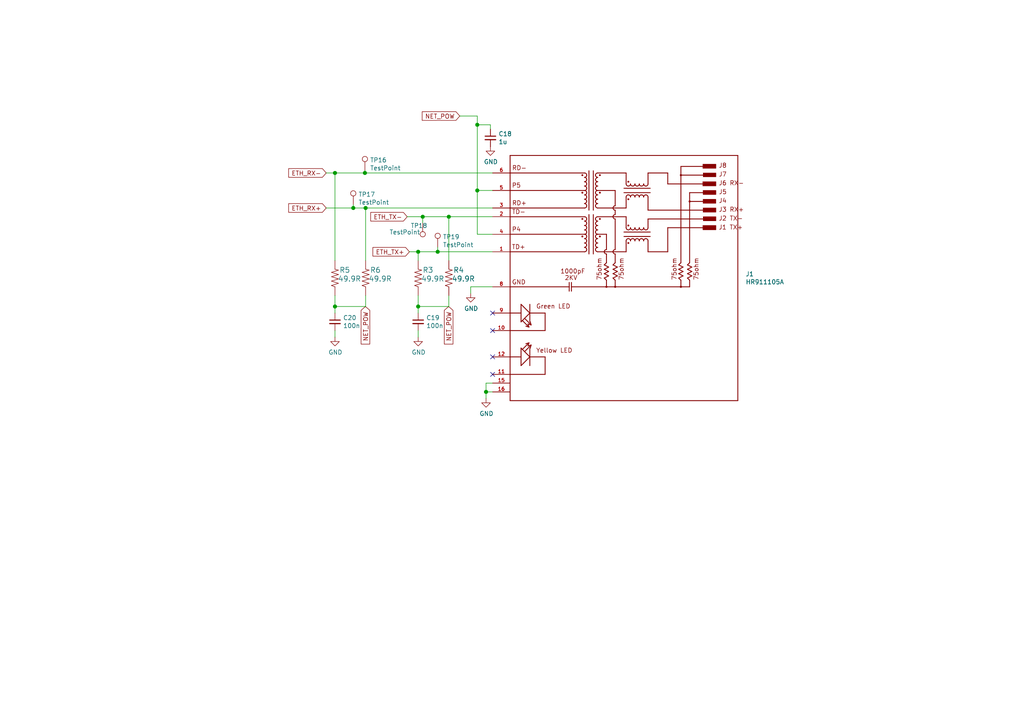
<source format=kicad_sch>
(kicad_sch (version 20201015) (generator eeschema)
  (page 1 6)
  (paper "A4")
  (lib_symbols
    (symbol "Connector:TestPoint" (pin_numbers hide) (pin_names (offset 0.762) hide)
      (property "Reference" "TP" (at 0 6.858 0))
      (property "Value" "TestPoint" (at 0 5.08 0))
      (symbol "TestPoint_0_1"
        (circle (center 0 3.302) (radius 0.762))
      )
      (symbol "TestPoint_1_1"
        (pin passive line (at 0 0 90) (length 2.54) (name "1") (number "1"))
      )
    )
    (symbol "Device:C_Small" (pin_numbers hide) (pin_names (offset 0.254) hide)
      (property "Reference" "C" (at 0.254 1.778 0))
      (property "Value" "C_Small" (at 0.254 -2.032 0))
      (symbol "C_Small_0_1"
        (polyline (pts (xy -1.524 -0.508) (xy 1.524 -0.508)) (stroke (width 0.3302)))
        (polyline (pts (xy -1.524 0.508) (xy 1.524 0.508)) (stroke (width 0.3048)))
      )
      (symbol "C_Small_1_1"
        (pin passive line (at 0 2.54 270) (length 2.032) (name "~") (number "1"))
        (pin passive line (at 0 -2.54 90) (length 2.032) (name "~") (number "2"))
      )
    )
    (symbol "HR911105A:HR911105A" (pin_names (offset 1.016) hide)
      (property "Reference" "J" (at -33.1724 36.2458 0))
      (property "Value" "HR911105A" (at -33.1216 -38.227 0))
      (symbol "HR911105A_0_0"
        (arc (start -11.43 8.89) (end -10.795 9.525) (radius (at -11.6586 9.7536) (length 0.889) (angles -75 -15)) (stroke (width 0.254)))
        (arc (start -11.43 21.59) (end -10.795 22.225) (radius (at -11.6586 22.4536) (length 0.889) (angles -75 -15)) (stroke (width 0.254)))
        (arc (start -10.795 8.255) (end -11.43 8.89) (radius (at -11.43 8.255) (length 0.635) (angles 0 90)) (stroke (width 0.254)))
        (arc (start -11.43 7.62) (end -10.795 8.255) (radius (at -11.43 8.255) (length 0.635) (angles -90 0)) (stroke (width 0.254)))
        (arc (start -10.795 9.525) (end -11.43 10.16) (radius (at -11.43 9.525) (length 0.635) (angles 0 90)) (stroke (width 0.254)))
        (arc (start -10.795 10.795) (end -11.43 11.43) (radius (at -11.43 10.795) (length 0.635) (angles 0 90)) (stroke (width 0.254)))
        (arc (start -11.43 10.16) (end -10.795 10.795) (radius (at -11.43 10.795) (length 0.635) (angles -90 0)) (stroke (width 0.254)))
        (arc (start -10.795 12.065) (end -11.43 12.7) (radius (at -11.43 12.065) (length 0.635) (angles 0 90)) (stroke (width 0.254)))
        (arc (start -11.43 11.43) (end -10.795 12.065) (radius (at -11.43 12.065) (length 0.635) (angles -90 0)) (stroke (width 0.254)))
        (arc (start -10.795 13.335) (end -11.43 13.97) (radius (at -11.43 13.335) (length 0.635) (angles 0 90)) (stroke (width 0.254)))
        (arc (start -11.43 12.7) (end -10.795 13.335) (radius (at -11.43 13.335) (length 0.635) (angles -90 0)) (stroke (width 0.254)))
        (arc (start -10.795 14.605) (end -11.43 15.24) (radius (at -11.43 14.605) (length 0.635) (angles 0 90)) (stroke (width 0.254)))
        (arc (start -11.43 13.97) (end -10.795 14.605) (radius (at -11.43 14.605) (length 0.635) (angles -90 0)) (stroke (width 0.254)))
        (arc (start -10.795 15.875) (end -11.43 16.51) (radius (at -11.43 15.875) (length 0.635) (angles 0 90)) (stroke (width 0.254)))
        (arc (start -11.43 15.24) (end -10.795 15.875) (radius (at -11.43 15.875) (length 0.635) (angles -90 0)) (stroke (width 0.254)))
        (arc (start -10.795 17.145) (end -11.43 17.78) (radius (at -11.43 17.145) (length 0.635) (angles 0 90)) (stroke (width 0.254)))
        (arc (start -11.43 16.51) (end -10.795 17.145) (radius (at -11.43 17.145) (length 0.635) (angles -90 0)) (stroke (width 0.254)))
        (arc (start -10.795 20.955) (end -11.43 21.59) (radius (at -11.43 20.955) (length 0.635) (angles 0 90)) (stroke (width 0.254)))
        (arc (start -11.43 20.32) (end -10.795 20.955) (radius (at -11.43 20.955) (length 0.635) (angles -90 0)) (stroke (width 0.254)))
        (arc (start -10.795 22.225) (end -11.43 22.86) (radius (at -11.43 22.225) (length 0.635) (angles 0 90)) (stroke (width 0.254)))
        (arc (start -10.795 23.495) (end -11.43 24.13) (radius (at -11.43 23.495) (length 0.635) (angles 0 90)) (stroke (width 0.254)))
        (arc (start -11.43 22.86) (end -10.795 23.495) (radius (at -11.43 23.495) (length 0.635) (angles -90 0)) (stroke (width 0.254)))
        (arc (start -10.795 24.765) (end -11.43 25.4) (radius (at -11.43 24.765) (length 0.635) (angles 0 90)) (stroke (width 0.254)))
        (arc (start -11.43 24.13) (end -10.795 24.765) (radius (at -11.43 24.765) (length 0.635) (angles -90 0)) (stroke (width 0.254)))
        (arc (start -10.795 26.035) (end -11.43 26.67) (radius (at -11.43 26.035) (length 0.635) (angles 0 90)) (stroke (width 0.254)))
        (arc (start -11.43 25.4) (end -10.795 26.035) (radius (at -11.43 26.035) (length 0.635) (angles -90 0)) (stroke (width 0.254)))
        (arc (start -10.795 27.305) (end -11.43 27.94) (radius (at -11.43 27.305) (length 0.635) (angles 0 90)) (stroke (width 0.254)))
        (arc (start -11.43 26.67) (end -10.795 27.305) (radius (at -11.43 27.305) (length 0.635) (angles -90 0)) (stroke (width 0.254)))
        (arc (start -10.795 28.575) (end -11.43 29.21) (radius (at -11.43 28.575) (length 0.635) (angles 0 90)) (stroke (width 0.254)))
        (arc (start -11.43 27.94) (end -10.795 28.575) (radius (at -11.43 28.575) (length 0.635) (angles -90 0)) (stroke (width 0.254)))
        (arc (start -10.795 29.845) (end -11.43 30.48) (radius (at -11.43 29.845) (length 0.635) (angles 0 90)) (stroke (width 0.254)))
        (arc (start -11.43 29.21) (end -10.795 29.845) (radius (at -11.43 29.845) (length 0.635) (angles -90 0)) (stroke (width 0.254)))
        (arc (start -7.62 8.89) (end -8.255 8.255) (radius (at -7.62 8.255) (length 0.635) (angles 90 180)) (stroke (width 0.254)))
        (arc (start -8.255 8.255) (end -7.62 7.62) (radius (at -7.62 8.255) (length 0.635) (angles 180 -90)) (stroke (width 0.254)))
        (arc (start -7.62 10.16) (end -8.255 9.525) (radius (at -7.62 9.525) (length 0.635) (angles 90 180)) (stroke (width 0.254)))
        (arc (start -8.255 9.525) (end -7.62 8.89) (radius (at -7.62 9.525) (length 0.635) (angles 180 -90)) (stroke (width 0.254)))
        (arc (start -7.62 11.43) (end -8.255 10.795) (radius (at -7.62 10.795) (length 0.635) (angles 90 180)) (stroke (width 0.254)))
        (arc (start -8.255 10.795) (end -7.62 10.16) (radius (at -7.62 10.795) (length 0.635) (angles 180 -90)) (stroke (width 0.254)))
        (arc (start -7.62 12.7) (end -8.255 12.065) (radius (at -7.62 12.065) (length 0.635) (angles 90 180)) (stroke (width 0.254)))
        (arc (start -8.255 12.065) (end -7.62 11.43) (radius (at -7.62 12.065) (length 0.635) (angles 180 -90)) (stroke (width 0.254)))
        (arc (start -7.62 13.97) (end -8.255 13.335) (radius (at -7.62 13.335) (length 0.635) (angles 90 180)) (stroke (width 0.254)))
        (arc (start -8.255 13.335) (end -7.62 12.7) (radius (at -7.62 13.335) (length 0.635) (angles 180 -90)) (stroke (width 0.254)))
        (arc (start -7.62 15.24) (end -8.255 14.605) (radius (at -7.62 14.605) (length 0.635) (angles 90 180)) (stroke (width 0.254)))
        (arc (start -8.255 14.605) (end -7.62 13.97) (radius (at -7.62 14.605) (length 0.635) (angles 180 -90)) (stroke (width 0.254)))
        (arc (start -8.255 15.875) (end -7.62 15.24) (radius (at -7.62 15.875) (length 0.635) (angles 180 -90)) (stroke (width 0.254)))
        (arc (start -7.62 17.78) (end -8.255 17.145) (radius (at -7.62 17.145) (length 0.635) (angles 90 180)) (stroke (width 0.254)))
        (arc (start -8.255 17.145) (end -7.62 16.51) (radius (at -7.62 17.145) (length 0.635) (angles 180 -90)) (stroke (width 0.254)))
        (arc (start -7.62 21.59) (end -8.255 20.955) (radius (at -7.62 20.955) (length 0.635) (angles 90 180)) (stroke (width 0.254)))
        (arc (start -8.255 20.955) (end -7.62 20.32) (radius (at -7.62 20.955) (length 0.635) (angles 180 -90)) (stroke (width 0.254)))
        (arc (start -7.62 22.86) (end -8.255 22.225) (radius (at -7.62 22.225) (length 0.635) (angles 90 180)) (stroke (width 0.254)))
        (arc (start -8.255 22.225) (end -7.62 21.59) (radius (at -7.62 22.225) (length 0.635) (angles 180 -90)) (stroke (width 0.254)))
        (arc (start -7.62 24.13) (end -8.255 23.495) (radius (at -7.62 23.495) (length 0.635) (angles 90 180)) (stroke (width 0.254)))
        (arc (start -8.255 23.495) (end -7.62 22.86) (radius (at -7.62 23.495) (length 0.635) (angles 180 -90)) (stroke (width 0.254)))
        (arc (start -7.62 25.4) (end -8.255 24.765) (radius (at -7.62 24.765) (length 0.635) (angles 90 180)) (stroke (width 0.254)))
        (arc (start -8.255 24.765) (end -7.62 24.13) (radius (at -7.62 24.765) (length 0.635) (angles 180 -90)) (stroke (width 0.254)))
        (arc (start -7.62 26.67) (end -8.255 26.035) (radius (at -7.62 26.035) (length 0.635) (angles 90 180)) (stroke (width 0.254)))
        (arc (start -8.255 26.035) (end -7.62 25.4) (radius (at -7.62 26.035) (length 0.635) (angles 180 -90)) (stroke (width 0.254)))
        (arc (start -7.62 27.94) (end -8.255 27.305) (radius (at -7.62 27.305) (length 0.635) (angles 90 180)) (stroke (width 0.254)))
        (arc (start -8.255 27.305) (end -7.62 26.67) (radius (at -7.62 27.305) (length 0.635) (angles 180 -90)) (stroke (width 0.254)))
        (arc (start -8.255 28.575) (end -7.62 27.94) (radius (at -7.62 28.575) (length 0.635) (angles 180 -90)) (stroke (width 0.254)))
        (arc (start -7.62 30.48) (end -8.255 29.845) (radius (at -7.62 29.845) (length 0.635) (angles 90 180)) (stroke (width 0.254)))
        (arc (start -8.255 29.845) (end -7.62 29.21) (radius (at -7.62 29.845) (length 0.635) (angles 180 -90)) (stroke (width 0.254)))
        (arc (start -7.62 16.51) (end -8.255 15.875) (radius (at -7.3914 15.6464) (length 0.889) (angles 105 165)) (stroke (width 0.254)))
        (arc (start -7.62 29.21) (end -8.255 28.575) (radius (at -7.3914 28.3464) (length 0.889) (angles 105 165)) (stroke (width 0.254)))
        (arc (start -5.08 8.255) (end -5.715 7.62) (radius (at -5.08 7.62) (length 0.635) (angles 90 180)) (stroke (width 0.254)))
        (arc (start -5.715 7.62) (end -5.08 6.985) (radius (at -5.08 7.62) (length 0.635) (angles 180 -90)) (stroke (width 0.254)))
        (arc (start -2.54 8.255) (end -3.175 7.62) (radius (at -2.54 7.62) (length 0.635) (angles 90 180)) (stroke (width 0.254)))
        (arc (start -3.175 7.62) (end -2.54 6.985) (radius (at -2.54 7.62) (length 0.635) (angles 180 -90)) (stroke (width 0.254)))
        (arc (start -2.54 18.415) (end -3.175 17.78) (radius (at -2.54 17.78) (length 0.635) (angles 90 180)) (stroke (width 0.254)))
        (arc (start -3.175 17.78) (end -2.54 17.145) (radius (at -2.54 17.78) (length 0.635) (angles 180 -90)) (stroke (width 0.254)))
        (arc (start -2.54 20.955) (end -3.175 20.32) (radius (at -2.54 20.32) (length 0.635) (angles 90 180)) (stroke (width 0.254)))
        (arc (start -3.175 20.32) (end -2.54 19.685) (radius (at -2.54 20.32) (length 0.635) (angles 180 -90)) (stroke (width 0.254)))
        (arc (start 1.27 11.43) (end 1.905 10.795) (radius (at 1.27 10.795) (length 0.635) (angles 90 0)) (stroke (width 0.254)))
        (arc (start 0.635 10.795) (end 1.27 11.43) (radius (at 1.27 10.795) (length 0.635) (angles 180 90)) (stroke (width 0.254)))
        (arc (start 1.905 14.605) (end 1.27 13.97) (radius (at 1.27 14.605) (length 0.635) (angles 0 -90)) (stroke (width 0.254)))
        (arc (start 1.27 13.97) (end 0.635 14.605) (radius (at 1.27 14.605) (length 0.635) (angles -90 180)) (stroke (width 0.254)))
        (arc (start 1.27 24.13) (end 1.905 23.495) (radius (at 1.27 23.495) (length 0.635) (angles 90 0)) (stroke (width 0.254)))
        (arc (start 0.635 23.495) (end 1.27 24.13) (radius (at 1.27 23.495) (length 0.635) (angles 180 90)) (stroke (width 0.254)))
        (arc (start 1.905 27.305) (end 1.27 26.67) (radius (at 1.27 27.305) (length 0.635) (angles 0 -90)) (stroke (width 0.254)))
        (arc (start 1.27 26.67) (end 0.635 27.305) (radius (at 1.27 27.305) (length 0.635) (angles -90 180)) (stroke (width 0.254)))
        (arc (start 2.54 11.43) (end 3.175 10.795) (radius (at 2.54 10.795) (length 0.635) (angles 90 0)) (stroke (width 0.254)))
        (arc (start 1.905 10.795) (end 2.54 11.43) (radius (at 2.54 10.795) (length 0.635) (angles 180 90)) (stroke (width 0.254)))
        (arc (start 3.175 14.605) (end 2.54 13.97) (radius (at 2.54 14.605) (length 0.635) (angles 0 -90)) (stroke (width 0.254)))
        (arc (start 2.54 13.97) (end 1.905 14.605) (radius (at 2.54 14.605) (length 0.635) (angles -90 180)) (stroke (width 0.254)))
        (arc (start 2.54 24.13) (end 3.175 23.495) (radius (at 2.54 23.495) (length 0.635) (angles 90 0)) (stroke (width 0.254)))
        (arc (start 1.905 23.495) (end 2.54 24.13) (radius (at 2.54 23.495) (length 0.635) (angles 180 90)) (stroke (width 0.254)))
        (arc (start 3.175 27.305) (end 2.54 26.67) (radius (at 2.54 27.305) (length 0.635) (angles 0 -90)) (stroke (width 0.254)))
        (arc (start 2.54 26.67) (end 1.905 27.305) (radius (at 2.54 27.305) (length 0.635) (angles -90 180)) (stroke (width 0.254)))
        (arc (start 3.81 11.43) (end 4.445 10.795) (radius (at 3.81 10.795) (length 0.635) (angles 90 0)) (stroke (width 0.254)))
        (arc (start 3.175 10.795) (end 3.81 11.43) (radius (at 3.81 10.795) (length 0.635) (angles 180 90)) (stroke (width 0.254)))
        (arc (start 4.445 14.605) (end 3.81 13.97) (radius (at 3.81 14.605) (length 0.635) (angles 0 -90)) (stroke (width 0.254)))
        (arc (start 3.81 13.97) (end 3.175 14.605) (radius (at 3.81 14.605) (length 0.635) (angles -90 180)) (stroke (width 0.254)))
        (arc (start 3.81 24.13) (end 4.445 23.495) (radius (at 3.81 23.495) (length 0.635) (angles 90 0)) (stroke (width 0.254)))
        (arc (start 3.175 23.495) (end 3.81 24.13) (radius (at 3.81 23.495) (length 0.635) (angles 180 90)) (stroke (width 0.254)))
        (arc (start 4.445 27.305) (end 3.81 26.67) (radius (at 3.81 27.305) (length 0.635) (angles 0 -90)) (stroke (width 0.254)))
        (arc (start 3.81 26.67) (end 3.175 27.305) (radius (at 3.81 27.305) (length 0.635) (angles -90 180)) (stroke (width 0.254)))
        (arc (start 5.08 11.43) (end 5.715 10.795) (radius (at 5.08 10.795) (length 0.635) (angles 90 0)) (stroke (width 0.254)))
        (arc (start 4.445 10.795) (end 5.08 11.43) (radius (at 5.08 10.795) (length 0.635) (angles 180 90)) (stroke (width 0.254)))
        (arc (start 5.715 14.605) (end 5.08 13.97) (radius (at 5.08 14.605) (length 0.635) (angles 0 -90)) (stroke (width 0.254)))
        (arc (start 5.08 13.97) (end 4.445 14.605) (radius (at 5.08 14.605) (length 0.635) (angles -90 180)) (stroke (width 0.254)))
        (arc (start 5.08 24.13) (end 5.715 23.495) (radius (at 5.08 23.495) (length 0.635) (angles 90 0)) (stroke (width 0.254)))
        (arc (start 4.445 23.495) (end 5.08 24.13) (radius (at 5.08 23.495) (length 0.635) (angles 180 90)) (stroke (width 0.254)))
        (arc (start 5.715 27.305) (end 5.08 26.67) (radius (at 5.08 27.305) (length 0.635) (angles 0 -90)) (stroke (width 0.254)))
        (arc (start 5.08 26.67) (end 4.445 27.305) (radius (at 5.08 27.305) (length 0.635) (angles -90 180)) (stroke (width 0.254)))
        (arc (start 6.35 11.43) (end 6.985 10.795) (radius (at 6.35 10.795) (length 0.635) (angles 90 0)) (stroke (width 0.254)))
        (arc (start 5.715 10.795) (end 6.35 11.43) (radius (at 6.35 10.795) (length 0.635) (angles 180 90)) (stroke (width 0.254)))
        (arc (start 6.985 14.605) (end 6.35 13.97) (radius (at 6.35 14.605) (length 0.635) (angles 0 -90)) (stroke (width 0.254)))
        (arc (start 6.35 13.97) (end 5.715 14.605) (radius (at 6.35 14.605) (length 0.635) (angles -90 180)) (stroke (width 0.254)))
        (arc (start 6.35 24.13) (end 6.985 23.495) (radius (at 6.35 23.495) (length 0.635) (angles 90 0)) (stroke (width 0.254)))
        (arc (start 5.715 23.495) (end 6.35 24.13) (radius (at 6.35 23.495) (length 0.635) (angles 180 90)) (stroke (width 0.254)))
        (arc (start 6.985 27.305) (end 6.35 26.67) (radius (at 6.35 27.305) (length 0.635) (angles 0 -90)) (stroke (width 0.254)))
        (arc (start 6.35 26.67) (end 5.715 27.305) (radius (at 6.35 27.305) (length 0.635) (angles -90 180)) (stroke (width 0.254)))
        (circle (center -12.065 12.065) (radius 0.1524) (stroke (width 0.254)))
        (circle (center -12.065 17.145) (radius 0.1524) (stroke (width 0.254)))
        (circle (center -12.065 24.765) (radius 0.1524) (stroke (width 0.254)))
        (circle (center -12.065 29.845) (radius 0.1524) (stroke (width 0.254)))
        (circle (center -6.985 12.065) (radius 0.1524) (stroke (width 0.254)))
        (circle (center -6.985 17.145) (radius 0.1524) (stroke (width 0.254)))
        (circle (center -6.985 24.765) (radius 0.1524) (stroke (width 0.254)))
        (circle (center -6.985 29.845) (radius 0.1524) (stroke (width 0.254)))
        (circle (center -5.08 -2.54) (radius 0.1778) (stroke (width 0.254)))
        (circle (center -2.54 -2.54) (radius 0.1778) (stroke (width 0.254)))
        (circle (center 1.27 10.16) (radius 0.1524) (stroke (width 0.254)))
        (circle (center 1.27 15.24) (radius 0.1524) (stroke (width 0.254)))
        (circle (center 1.27 22.86) (radius 0.1524) (stroke (width 0.254)))
        (circle (center 1.27 27.94) (radius 0.1524) (stroke (width 0.254)))
        (circle (center 16.51 -2.54) (radius 0.1778) (stroke (width 0.254)))
        (circle (center 16.51 29.845) (radius 0.1778) (stroke (width 0.254)))
        (circle (center 19.05 22.225) (radius 0.1778) (stroke (width 0.254)))
        (text "1000pF" (at -18.4912 1.2446 0) (effects (font (size 1.27 1.27)) (justify left bottom)))
        (text "2KV" (at -17.2212 -0.6604 0) (effects (font (size 1.27 1.27)) (justify left bottom)))
        (text "75ohm" (at -6.4008 -0.6604 900) (effects (font (size 1.27 1.27)) (justify left bottom)))
        (text "75ohm" (at 0 -0.6604 900) (effects (font (size 1.27 1.27)) (justify left bottom)))
        (text "75ohm" (at 15.3416 -0.6604 900) (effects (font (size 1.27 1.27)) (justify left bottom)))
        (text "75ohm" (at 21.6916 -0.6604 900) (effects (font (size 1.27 1.27)) (justify left bottom)))
        (text "GND" (at -32.5374 -1.905 0) (effects (font (size 1.27 1.27)) (justify left bottom)))
        (text "Green LED" (at -25.5016 -8.9154 0) (effects (font (size 1.27 1.27)) (justify left bottom)))
        (text "J1 TX+" (at 27.432 13.9954 0) (effects (font (size 1.27 1.27)) (justify left bottom)))
        (text "J2 TX-" (at 27.4574 16.5862 0) (effects (font (size 1.27 1.27)) (justify left bottom)))
        (text "J3 RX+" (at 27.4574 19.1516 0) (effects (font (size 1.27 1.27)) (justify left bottom)))
        (text "J4" (at 27.4574 21.717 0) (effects (font (size 1.27 1.27)) (justify left bottom)))
        (text "J5" (at 27.4828 24.257 0) (effects (font (size 1.27 1.27)) (justify left bottom)))
        (text "J6 RX-" (at 27.4574 26.8224 0) (effects (font (size 1.27 1.27)) (justify left bottom)))
        (text "J7" (at 27.4574 29.3624 0) (effects (font (size 1.27 1.27)) (justify left bottom)))
        (text "J8" (at 27.4574 31.9278 0) (effects (font (size 1.27 1.27)) (justify left bottom)))
        (text "P4" (at -32.5374 13.4112 0) (effects (font (size 1.27 1.27)) (justify left bottom)))
        (text "P5" (at -32.5374 26.162 0) (effects (font (size 1.27 1.27)) (justify left bottom)))
        (text "RD+" (at -32.4866 21.0312 0) (effects (font (size 1.27 1.27)) (justify left bottom)))
        (text "RD-" (at -32.4866 31.2166 0) (effects (font (size 1.27 1.27)) (justify left bottom)))
        (text "TD+" (at -32.5628 8.3058 0) (effects (font (size 1.27 1.27)) (justify left bottom)))
        (text "TD-" (at -32.512 18.4912 0) (effects (font (size 1.27 1.27)) (justify left bottom)))
        (text "Yellow LED" (at -25.527 -21.717 0) (effects (font (size 1.27 1.27)) (justify left bottom)))
        (rectangle (start 22.8854 26.7208) (end 26.67 27.94) (fill (type outline)))
        (rectangle (start 22.9108 13.9954) (end 26.67 15.24) (fill (type outline)))
        (rectangle (start 22.9108 31.8262) (end 26.67 33.02) (fill (type outline)))
        (rectangle (start 22.9616 19.1262) (end 26.67 20.32) (fill (type outline)))
        (rectangle (start 22.9616 21.6916) (end 26.6446 22.8346) (fill (type outline)))
        (rectangle (start 22.9616 24.2316) (end 26.67 25.4) (fill (type outline)))
        (rectangle (start 22.987 29.3624) (end 26.67 30.4546) (fill (type outline)))
        (rectangle (start 23.0124 16.6116) (end 26.67 17.78) (fill (type outline)))
        (polyline (pts (xy -33.02 -35.56) (xy -33.02 35.56)) (stroke (width 0.254)))
        (polyline (pts (xy -33.02 -27.94) (xy -22.86 -27.94)) (stroke (width 0.254)))
        (polyline (pts (xy -33.02 -15.24) (xy -22.86 -15.24)) (stroke (width 0.254)))
        (polyline (pts (xy -33.02 12.7) (xy -11.43 12.7)) (stroke (width 0.254)))
        (polyline (pts (xy -33.02 20.32) (xy -11.43 20.32)) (stroke (width 0.254)))
        (polyline (pts (xy -33.02 35.56) (xy 33.02 35.56)) (stroke (width 0.254)))
        (polyline (pts (xy -29.845 -25.4) (xy -27.305 -22.86)) (stroke (width 0.254)))
        (polyline (pts (xy -29.845 -22.86) (xy -33.02 -22.86)) (stroke (width 0.254)))
        (polyline (pts (xy -29.845 -22.86) (xy -29.845 -25.4)) (stroke (width 0.254)))
        (polyline (pts (xy -29.845 -20.32) (xy -29.845 -22.86)) (stroke (width 0.254)))
        (polyline (pts (xy -29.845 -12.7) (xy -29.845 -10.16)) (stroke (width 0.254)))
        (polyline (pts (xy -29.845 -10.16) (xy -33.02 -10.16)) (stroke (width 0.254)))
        (polyline (pts (xy -29.845 -10.16) (xy -29.845 -7.62)) (stroke (width 0.254)))
        (polyline (pts (xy -29.845 -7.62) (xy -27.305 -10.16)) (stroke (width 0.254)))
        (polyline (pts (xy -29.464 -20.701) (xy -29.845 -20.32)) (stroke (width 0.254)))
        (polyline (pts (xy -29.464 -20.701) (xy -27.559 -18.796)) (stroke (width 0.254)))
        (polyline (pts (xy -29.464 -12.319) (xy -29.845 -12.7)) (stroke (width 0.254)))
        (polyline (pts (xy -29.464 -12.319) (xy -27.559 -14.224)) (stroke (width 0.254)))
        (polyline (pts (xy -28.829 -21.336) (xy -29.464 -20.701)) (stroke (width 0.254)))
        (polyline (pts (xy -28.829 -21.336) (xy -26.924 -19.431)) (stroke (width 0.254)))
        (polyline (pts (xy -28.829 -11.684) (xy -29.464 -12.319)) (stroke (width 0.254)))
        (polyline (pts (xy -28.829 -11.684) (xy -26.924 -13.589)) (stroke (width 0.254)))
        (polyline (pts (xy -27.559 -18.796) (xy -28.448 -19.05)) (stroke (width 0.254)))
        (polyline (pts (xy -27.559 -18.796) (xy -27.813 -19.685)) (stroke (width 0.254)))
        (polyline (pts (xy -27.559 -14.224) (xy -28.448 -13.97)) (stroke (width 0.254)))
        (polyline (pts (xy -27.559 -14.224) (xy -27.813 -13.335)) (stroke (width 0.254)))
        (polyline (pts (xy -27.305 -22.86) (xy -28.829 -21.336)) (stroke (width 0.254)))
        (polyline (pts (xy -27.305 -22.86) (xy -27.305 -25.4)) (stroke (width 0.254)))
        (polyline (pts (xy -27.305 -22.86) (xy -22.86 -22.86)) (stroke (width 0.254)))
        (polyline (pts (xy -27.305 -20.32) (xy -27.305 -22.86)) (stroke (width 0.254)))
        (polyline (pts (xy -27.305 -12.7) (xy -27.305 -10.16)) (stroke (width 0.254)))
        (polyline (pts (xy -27.305 -10.16) (xy -28.829 -11.684)) (stroke (width 0.254)))
        (polyline (pts (xy -27.305 -10.16) (xy -27.305 -7.62)) (stroke (width 0.254)))
        (polyline (pts (xy -27.305 -10.16) (xy -22.86 -10.16)) (stroke (width 0.254)))
        (polyline (pts (xy -26.924 -19.431) (xy -27.813 -19.685)) (stroke (width 0.254)))
        (polyline (pts (xy -26.924 -19.431) (xy -27.178 -20.32)) (stroke (width 0.254)))
        (polyline (pts (xy -26.924 -13.589) (xy -27.813 -13.335)) (stroke (width 0.254)))
        (polyline (pts (xy -26.924 -13.589) (xy -27.178 -12.7)) (stroke (width 0.254)))
        (polyline (pts (xy -22.86 -27.94) (xy -22.86 -22.86)) (stroke (width 0.254)))
        (polyline (pts (xy -22.86 -15.24) (xy -22.86 -10.16)) (stroke (width 0.254)))
        (polyline (pts (xy -15.875 -2.54) (xy -33.02 -2.54)) (stroke (width 0.254)))
        (polyline (pts (xy -15.875 -2.54) (xy -15.875 -3.81)) (stroke (width 0.254)))
        (polyline (pts (xy -15.875 -1.27) (xy -15.875 -2.54)) (stroke (width 0.254)))
        (polyline (pts (xy -15.24 -2.54) (xy -15.24 -3.81)) (stroke (width 0.254)))
        (polyline (pts (xy -15.24 -2.54) (xy -15.24 -1.27)) (stroke (width 0.254)))
        (polyline (pts (xy -11.43 7.62) (xy -33.02 7.62)) (stroke (width 0.254)))
        (polyline (pts (xy -11.43 17.78) (xy -33.02 17.78)) (stroke (width 0.254)))
        (polyline (pts (xy -11.43 25.4) (xy -33.02 25.4)) (stroke (width 0.254)))
        (polyline (pts (xy -11.43 30.48) (xy -33.02 30.48)) (stroke (width 0.254)))
        (polyline (pts (xy -10.16 18.415) (xy -10.16 6.985)) (stroke (width 0.254)))
        (polyline (pts (xy -10.16 31.115) (xy -10.16 19.685)) (stroke (width 0.254)))
        (polyline (pts (xy -8.89 18.415) (xy -8.89 6.985)) (stroke (width 0.254)))
        (polyline (pts (xy -8.89 31.115) (xy -8.89 19.685)) (stroke (width 0.254)))
        (polyline (pts (xy -7.62 7.62) (xy -5.715 7.62)) (stroke (width 0.254)))
        (polyline (pts (xy -7.62 20.32) (xy -3.175 20.32)) (stroke (width 0.254)))
        (polyline (pts (xy -7.62 25.4) (xy -2.54 25.4)) (stroke (width 0.254)))
        (polyline (pts (xy -5.715 0) (xy -5.08 -0.635)) (stroke (width 0.254)))
        (polyline (pts (xy -5.715 1.27) (xy -4.445 0.635)) (stroke (width 0.254)))
        (polyline (pts (xy -5.715 2.54) (xy -4.445 1.905)) (stroke (width 0.254)))
        (polyline (pts (xy -5.715 3.81) (xy -4.445 3.175)) (stroke (width 0.254)))
        (polyline (pts (xy -5.715 7.62) (xy -3.175 7.62)) (stroke (width 0.254)))
        (polyline (pts (xy -5.08 -2.54) (xy -15.24 -2.54)) (stroke (width 0.254)))
        (polyline (pts (xy -5.08 -0.635) (xy -5.08 -2.54)) (stroke (width 0.254)))
        (polyline (pts (xy -5.08 4.445) (xy -5.715 3.81)) (stroke (width 0.254)))
        (polyline (pts (xy -5.08 6.985) (xy -5.08 4.445)) (stroke (width 0.254)))
        (polyline (pts (xy -5.08 8.255) (xy -5.08 12.7)) (stroke (width 0.254)))
        (polyline (pts (xy -5.08 12.7) (xy -7.62 12.7)) (stroke (width 0.254)))
        (polyline (pts (xy -4.445 0.635) (xy -5.715 0)) (stroke (width 0.254)))
        (polyline (pts (xy -4.445 1.905) (xy -5.715 1.27)) (stroke (width 0.254)))
        (polyline (pts (xy -4.445 3.175) (xy -5.715 2.54)) (stroke (width 0.254)))
        (polyline (pts (xy -3.175 0) (xy -2.54 -0.635)) (stroke (width 0.254)))
        (polyline (pts (xy -3.175 1.27) (xy -1.905 0.635)) (stroke (width 0.254)))
        (polyline (pts (xy -3.175 2.54) (xy -1.905 1.905)) (stroke (width 0.254)))
        (polyline (pts (xy -3.175 3.81) (xy -1.905 3.175)) (stroke (width 0.254)))
        (polyline (pts (xy -3.175 7.62) (xy 0.635 7.62)) (stroke (width 0.254)))
        (polyline (pts (xy -3.175 17.78) (xy -7.62 17.78)) (stroke (width 0.254)))
        (polyline (pts (xy -3.175 20.32) (xy 0.635 20.32)) (stroke (width 0.254)))
        (polyline (pts (xy -2.54 -0.635) (xy -2.54 -2.54)) (stroke (width 0.254)))
        (polyline (pts (xy -2.54 4.445) (xy -3.175 3.81)) (stroke (width 0.254)))
        (polyline (pts (xy -2.54 6.985) (xy -2.54 4.445)) (stroke (width 0.254)))
        (polyline (pts (xy -2.54 17.145) (xy -2.54 8.255)) (stroke (width 0.254)))
        (polyline (pts (xy -2.54 19.685) (xy -2.54 18.415)) (stroke (width 0.254)))
        (polyline (pts (xy -2.54 25.4) (xy -2.54 20.955)) (stroke (width 0.254)))
        (polyline (pts (xy -1.905 0.635) (xy -3.175 0)) (stroke (width 0.254)))
        (polyline (pts (xy -1.905 1.905) (xy -3.175 1.27)) (stroke (width 0.254)))
        (polyline (pts (xy -1.905 3.175) (xy -3.175 2.54)) (stroke (width 0.254)))
        (polyline (pts (xy 0 12.065) (xy 7.62 12.065)) (stroke (width 0.254)))
        (polyline (pts (xy 0 13.335) (xy 7.62 13.335)) (stroke (width 0.254)))
        (polyline (pts (xy 0 24.765) (xy 7.62 24.765)) (stroke (width 0.254)))
        (polyline (pts (xy 0 26.035) (xy 7.62 26.035)) (stroke (width 0.254)))
        (polyline (pts (xy 0.635 7.62) (xy 0.635 10.795)) (stroke (width 0.254)))
        (polyline (pts (xy 0.635 14.605) (xy 0.635 17.78)) (stroke (width 0.254)))
        (polyline (pts (xy 0.635 17.78) (xy -3.175 17.78)) (stroke (width 0.254)))
        (polyline (pts (xy 0.635 20.32) (xy 0.635 23.495)) (stroke (width 0.254)))
        (polyline (pts (xy 0.635 27.305) (xy 0.635 30.48)) (stroke (width 0.254)))
        (polyline (pts (xy 0.635 30.48) (xy -7.62 30.48)) (stroke (width 0.254)))
        (polyline (pts (xy 6.985 10.795) (xy 6.985 7.62)) (stroke (width 0.254)))
        (polyline (pts (xy 6.985 17.145) (xy 6.985 14.605)) (stroke (width 0.254)))
        (polyline (pts (xy 6.985 23.495) (xy 6.985 19.685)) (stroke (width 0.254)))
        (polyline (pts (xy 6.985 30.48) (xy 6.985 27.305)) (stroke (width 0.254)))
        (polyline (pts (xy 12.7 7.62) (xy 6.985 7.62)) (stroke (width 0.254)))
        (polyline (pts (xy 12.7 14.605) (xy 12.7 7.62)) (stroke (width 0.254)))
        (polyline (pts (xy 12.7 27.305) (xy 12.7 30.48)) (stroke (width 0.254)))
        (polyline (pts (xy 12.7 30.48) (xy 6.985 30.48)) (stroke (width 0.254)))
        (polyline (pts (xy 15.875 0) (xy 16.51 -0.635)) (stroke (width 0.254)))
        (polyline (pts (xy 15.875 1.27) (xy 17.145 0.635)) (stroke (width 0.254)))
        (polyline (pts (xy 15.875 2.54) (xy 17.145 1.905)) (stroke (width 0.254)))
        (polyline (pts (xy 15.875 3.81) (xy 17.145 3.175)) (stroke (width 0.254)))
        (polyline (pts (xy 16.51 -0.635) (xy 16.51 -2.54)) (stroke (width 0.254)))
        (polyline (pts (xy 16.51 4.445) (xy 15.875 3.81)) (stroke (width 0.254)))
        (polyline (pts (xy 16.51 29.845) (xy 16.51 4.445)) (stroke (width 0.254)))
        (polyline (pts (xy 16.51 29.845) (xy 23.495 29.845)) (stroke (width 0.254)))
        (polyline (pts (xy 16.51 32.385) (xy 16.51 29.845)) (stroke (width 0.254)))
        (polyline (pts (xy 17.145 0.635) (xy 15.875 0)) (stroke (width 0.254)))
        (polyline (pts (xy 17.145 1.905) (xy 15.875 1.27)) (stroke (width 0.254)))
        (polyline (pts (xy 17.145 3.175) (xy 15.875 2.54)) (stroke (width 0.254)))
        (polyline (pts (xy 18.415 0) (xy 19.05 -0.635)) (stroke (width 0.254)))
        (polyline (pts (xy 18.415 1.27) (xy 19.685 0.635)) (stroke (width 0.254)))
        (polyline (pts (xy 18.415 2.54) (xy 19.685 1.905)) (stroke (width 0.254)))
        (polyline (pts (xy 18.415 3.81) (xy 19.685 3.175)) (stroke (width 0.254)))
        (polyline (pts (xy 19.05 -2.54) (xy -5.08 -2.54)) (stroke (width 0.254)))
        (polyline (pts (xy 19.05 -0.635) (xy 19.05 -2.54)) (stroke (width 0.254)))
        (polyline (pts (xy 19.05 4.445) (xy 18.415 3.81)) (stroke (width 0.254)))
        (polyline (pts (xy 19.05 22.225) (xy 19.05 4.445)) (stroke (width 0.254)))
        (polyline (pts (xy 19.05 22.225) (xy 23.495 22.225)) (stroke (width 0.254)))
        (polyline (pts (xy 19.05 24.765) (xy 19.05 22.225)) (stroke (width 0.254)))
        (polyline (pts (xy 19.685 0.635) (xy 18.415 0)) (stroke (width 0.254)))
        (polyline (pts (xy 19.685 1.905) (xy 18.415 1.27)) (stroke (width 0.254)))
        (polyline (pts (xy 19.685 3.175) (xy 18.415 2.54)) (stroke (width 0.254)))
        (polyline (pts (xy 23.495 14.605) (xy 12.7 14.605)) (stroke (width 0.254)))
        (polyline (pts (xy 23.495 17.145) (xy 6.985 17.145)) (stroke (width 0.254)))
        (polyline (pts (xy 23.495 19.685) (xy 6.985 19.685)) (stroke (width 0.254)))
        (polyline (pts (xy 23.495 24.765) (xy 19.05 24.765)) (stroke (width 0.254)))
        (polyline (pts (xy 23.495 27.305) (xy 12.7 27.305)) (stroke (width 0.254)))
        (polyline (pts (xy 23.495 32.385) (xy 16.51 32.385)) (stroke (width 0.254)))
        (polyline (pts (xy 33.02 -35.56) (xy -33.02 -35.56)) (stroke (width 0.254)))
        (polyline (pts (xy 33.02 35.56) (xy 33.02 -35.56)) (stroke (width 0.254)))
        (pin passive line (at -38.1 7.62 0) (length 5.08) (name "TD+") (number "1"))
        (pin passive line (at -38.1 -15.24 0) (length 5.08) (name "GC") (number "10"))
        (pin passive line (at -38.1 -27.94 0) (length 5.08) (name "YC") (number "11"))
        (pin passive line (at -38.1 -22.86 0) (length 5.08) (name "YA") (number "12"))
        (pin passive line (at -38.1 -30.48 0) (length 5.08) (name "SHIELD") (number "15"))
        (pin passive line (at -38.1 -33.02 0) (length 5.08) (name "SHIELD") (number "16"))
        (pin passive line (at -38.1 17.78 0) (length 5.08) (name "TD-") (number "2"))
        (pin passive line (at -38.1 20.32 0) (length 5.08) (name "RD+") (number "3"))
        (pin passive line (at -38.1 12.7 0) (length 5.08) (name "P4") (number "4"))
        (pin passive line (at -38.1 25.4 0) (length 5.08) (name "P5") (number "5"))
        (pin passive line (at -38.1 30.48 0) (length 5.08) (name "RD-") (number "6"))
        (pin power_in line (at -38.1 -2.54 0) (length 5.08) (name "GND") (number "8"))
        (pin passive line (at -38.1 -10.16 0) (length 5.08) (name "GA") (number "9"))
      )
    )
    (symbol "Omega2-IO-Power-eagle-import:RESISTOR0805-RES" (pin_names (offset 1.016))
      (property "Reference" "R" (at -3.81 1.4986 0))
      (property "Value" "RESISTOR0805-RES" (at -3.81 -3.302 0))
      (symbol "RESISTOR0805-RES_1_0"
        (polyline (pts (xy -2.54 0) (xy -2.159 1.016)))
        (polyline (pts (xy -2.159 1.016) (xy -1.524 -1.016)))
        (polyline (pts (xy -1.524 -1.016) (xy -0.889 1.016)))
        (polyline (pts (xy -0.889 1.016) (xy -0.254 -1.016)))
        (polyline (pts (xy -0.254 -1.016) (xy 0.381 1.016)))
        (polyline (pts (xy 0.381 1.016) (xy 1.016 -1.016)))
        (polyline (pts (xy 1.016 -1.016) (xy 1.651 1.016)))
        (polyline (pts (xy 1.651 1.016) (xy 2.286 -1.016)))
        (polyline (pts (xy 2.286 -1.016) (xy 2.54 0)))
        (pin passive line (at -5.08 0 0) (length 2.54) (name "1") (number "1"))
        (pin passive line (at 5.08 0 180) (length 2.54) (name "2") (number "2"))
      )
    )
    (symbol "power:GND" (power) (pin_names (offset 0))
      (property "Value" "GND" (at 0 -3.81 0))
      (symbol "GND_0_1"
        (polyline (pts (xy 0 0) (xy 0 -1.27) (xy 1.27 -1.27) (xy 0 -2.54) (xy -1.27 -1.27) (xy 0 -1.27)))
      )
      (symbol "GND_1_1"
        (pin power_in line (at 0 0 270) (length 0) hide (name "GND") (number "1"))
      )
    )
  )
  (junction (at 97.155 50.165) (diameter 1.016))
  (junction (at 97.155 88.9) (diameter 1.016))
  (junction (at 102.4636 60.325) (diameter 1.016))
  (junction (at 105.8418 50.165) (diameter 1.016))
  (junction (at 106.045 60.325) (diameter 1.016))
  (junction (at 121.285 73.025) (diameter 1.016))
  (junction (at 121.285 88.9) (diameter 1.016))
  (junction (at 122.6058 62.865) (diameter 1.016))
  (junction (at 126.9492 73.025) (diameter 1.016))
  (junction (at 130.175 62.865) (diameter 1.016))
  (junction (at 138.43 36.195) (diameter 1.016))
  (junction (at 138.43 55.245) (diameter 1.016))
  (junction (at 140.97 113.665) (diameter 1.016))
  (no_connect (at 142.875 103.505))
  (no_connect (at 142.875 90.805))
  (no_connect (at 142.875 108.585))
  (no_connect (at 142.875 95.885))
  (wire (pts (xy 94.615 50.165) (xy 97.155 50.165)))
  (wire (pts (xy 94.615 60.325) (xy 102.4636 60.325)))
  (wire (pts (xy 97.155 50.165) (xy 105.8418 50.165)))
  (wire (pts (xy 97.155 75.565) (xy 97.155 50.165)))
  (wire (pts (xy 97.155 85.725) (xy 97.155 88.9)))
  (wire (pts (xy 97.155 88.9) (xy 97.155 90.805)))
  (wire (pts (xy 97.155 95.885) (xy 97.155 97.79)))
  (wire (pts (xy 102.4636 59.3852) (xy 102.4636 60.325)))
  (wire (pts (xy 102.4636 60.325) (xy 106.045 60.325)))
  (wire (pts (xy 105.8418 49.4284) (xy 105.8418 50.165)))
  (wire (pts (xy 105.8418 50.165) (xy 142.875 50.165)))
  (wire (pts (xy 106.045 60.325) (xy 142.875 60.325)))
  (wire (pts (xy 106.045 75.565) (xy 106.045 60.325)))
  (wire (pts (xy 106.045 85.725) (xy 106.045 88.9)))
  (wire (pts (xy 106.045 88.9) (xy 97.155 88.9)))
  (wire (pts (xy 118.11 62.865) (xy 122.6058 62.865)))
  (wire (pts (xy 118.745 73.025) (xy 121.285 73.025)))
  (wire (pts (xy 121.285 73.025) (xy 126.9492 73.025)))
  (wire (pts (xy 121.285 75.565) (xy 121.285 73.025)))
  (wire (pts (xy 121.285 85.725) (xy 121.285 88.9)))
  (wire (pts (xy 121.285 88.9) (xy 121.285 90.805)))
  (wire (pts (xy 121.285 95.885) (xy 121.285 97.79)))
  (wire (pts (xy 122.6058 62.865) (xy 130.175 62.865)))
  (wire (pts (xy 122.6058 64.643) (xy 122.6058 62.865)))
  (wire (pts (xy 126.9492 71.7042) (xy 126.9492 73.025)))
  (wire (pts (xy 126.9492 73.025) (xy 142.875 73.025)))
  (wire (pts (xy 130.175 62.865) (xy 142.875 62.865)))
  (wire (pts (xy 130.175 75.565) (xy 130.175 62.865)))
  (wire (pts (xy 130.175 85.725) (xy 130.175 88.9)))
  (wire (pts (xy 130.175 88.9) (xy 121.285 88.9)))
  (wire (pts (xy 136.525 83.185) (xy 136.525 85.09)))
  (wire (pts (xy 138.43 33.655) (xy 133.35 33.655)))
  (wire (pts (xy 138.43 36.195) (xy 138.43 33.655)))
  (wire (pts (xy 138.43 36.195) (xy 138.43 55.245)))
  (wire (pts (xy 138.43 36.195) (xy 142.24 36.195)))
  (wire (pts (xy 138.43 67.945) (xy 138.43 55.245)))
  (wire (pts (xy 140.97 111.125) (xy 140.97 113.665)))
  (wire (pts (xy 140.97 113.665) (xy 140.97 115.57)))
  (wire (pts (xy 142.24 36.195) (xy 142.24 37.465)))
  (wire (pts (xy 142.875 55.245) (xy 138.43 55.245)))
  (wire (pts (xy 142.875 67.945) (xy 138.43 67.945)))
  (wire (pts (xy 142.875 83.185) (xy 136.525 83.185)))
  (wire (pts (xy 142.875 111.125) (xy 140.97 111.125)))
  (wire (pts (xy 142.875 113.665) (xy 140.97 113.665)))
  (global_label "ETH_RX-" (shape input) (at 94.615 50.165 180))
  (global_label "ETH_RX+" (shape input) (at 94.615 60.325 180))
  (global_label "NET_POW" (shape input) (at 105.9942 88.9 270))
  (global_label "ETH_TX-" (shape input) (at 118.11 62.865 180))
  (global_label "ETH_TX+" (shape input) (at 118.745 73.025 180))
  (global_label "NET_POW" (shape input) (at 130.1242 88.9 270))
  (global_label "NET_POW" (shape input) (at 133.35 33.655 180))
  (symbol (lib_id "Connector:TestPoint") (at 102.4636 59.3852 0) (unit 1)
    (property "Reference" "TP17" (at 103.9368 56.388 0) (effects (justify left)))
    (property "Value" "TestPoint" (at 103.9368 58.6994 0) (effects (justify left)))
    (property "Footprint" "TestPoint:TestPoint_Pad_D1.5mm" (effects hide))
    (property "DNP" "NA" (effects hide))
  )
  (symbol (lib_id "Connector:TestPoint") (at 105.8418 49.4284 0) (unit 1)
    (property "Reference" "TP16" (at 107.315 46.4312 0) (effects (justify left)))
    (property "Value" "TestPoint" (at 107.315 48.7426 0) (effects (justify left)))
    (property "Footprint" "TestPoint:TestPoint_Pad_D1.5mm" (effects hide))
    (property "DNP" "NA" (effects hide))
  )
  (symbol (lib_id "Connector:TestPoint") (at 122.6058 64.643 180) (unit 1)
    (property "Reference" "TP18" (at 119.0752 65.4558 0) (effects (justify right)))
    (property "Value" "TestPoint" (at 112.9284 67.3354 0) (effects (justify right)))
    (property "Footprint" "TestPoint:TestPoint_Pad_D1.5mm" (effects hide))
    (property "DNP" "NA" (effects hide))
  )
  (symbol (lib_id "Connector:TestPoint") (at 126.9492 71.7042 0) (unit 1)
    (property "Reference" "TP19" (at 128.4224 68.707 0) (effects (justify left)))
    (property "Value" "TestPoint" (at 128.4224 71.0184 0) (effects (justify left)))
    (property "Footprint" "TestPoint:TestPoint_Pad_D1.5mm" (effects hide))
    (property "DNP" "NA" (effects hide))
  )
  (symbol (lib_id "power:GND") (at 97.155 97.79 0)
    (property "Reference" "#PWR04" (effects hide))
    (property "Value" "GND" (at 97.282 102.1842 0))
  )
  (symbol (lib_id "power:GND") (at 121.285 97.79 0)
    (property "Reference" "#PWR03" (effects hide))
    (property "Value" "GND" (at 121.412 102.1842 0))
  )
  (symbol (lib_id "power:GND") (at 136.525 85.09 0)
    (property "Reference" "#PWR01" (effects hide))
    (property "Value" "GND" (at 136.652 89.4842 0))
  )
  (symbol (lib_id "power:GND") (at 140.97 115.57 0)
    (property "Reference" "#PWR07" (effects hide))
    (property "Value" "GND" (at 141.097 119.9642 0))
  )
  (symbol (lib_id "power:GND") (at 142.24 42.545 0)
    (property "Reference" "#PWR02" (effects hide))
    (property "Value" "GND" (at 142.367 46.9392 0))
  )
  (symbol (lib_id "Device:C_Small") (at 97.155 93.345 0)
    (property "Reference" "C20" (at 99.4918 92.1766 0) (effects (justify left)))
    (property "Value" "100n" (at 99.4918 94.488 0) (effects (justify left)))
    (property "Footprint" "Capacitor_SMD:C_0603_1608Metric" (effects hide))
    (property "manf#" "C0603C104M4RAC" (effects hide))
  )
  (symbol (lib_id "Device:C_Small") (at 121.285 93.345 0)
    (property "Reference" "C19" (at 123.6218 92.1766 0) (effects (justify left)))
    (property "Value" "100n" (at 123.6218 94.488 0) (effects (justify left)))
    (property "Footprint" "Capacitor_SMD:C_0603_1608Metric" (effects hide))
    (property "manf#" "C0603C104M4RAC" (effects hide))
  )
  (symbol (lib_id "Device:C_Small") (at 142.24 40.005 0)
    (property "Reference" "C18" (at 144.5768 38.8366 0) (effects (justify left)))
    (property "Value" "1u" (at 144.5768 41.148 0) (effects (justify left)))
    (property "Footprint" "Capacitor_SMD:C_0603_1608Metric" (effects hide))
    (property "manf#" "C0603C105M4PAC7411" (effects hide))
  )
  (symbol (lib_id "Omega2-IO-Power-eagle-import:RESISTOR0805-RES") (at 97.155 80.645 90)
    (property "Reference" "R5" (at 101.6 77.47 90) (effects (font (size 1.4986 1.4986)) (justify left bottom)))
    (property "Value" "49.9R" (at 104.775 80.01 90) (effects (font (size 1.4986 1.4986)) (justify left bottom)))
    (property "Footprint" "Resistor_SMD:R_0603_1608Metric" (effects hide))
    (property "manf#" "RT0603FRD0749R9L" (effects hide))
  )
  (symbol (lib_id "Omega2-IO-Power-eagle-import:RESISTOR0805-RES") (at 106.045 80.645 90)
    (property "Reference" "R6" (at 110.49 77.47 90) (effects (font (size 1.4986 1.4986)) (justify left bottom)))
    (property "Value" "49.9R" (at 113.665 80.01 90) (effects (font (size 1.4986 1.4986)) (justify left bottom)))
    (property "Footprint" "Resistor_SMD:R_0603_1608Metric" (effects hide))
    (property "manf#" "RT0603FRD0749R9L" (effects hide))
  )
  (symbol (lib_id "Omega2-IO-Power-eagle-import:RESISTOR0805-RES") (at 121.285 80.645 90)
    (property "Reference" "R3" (at 125.73 77.47 90) (effects (font (size 1.4986 1.4986)) (justify left bottom)))
    (property "Value" "49.9R" (at 128.905 80.01 90) (effects (font (size 1.4986 1.4986)) (justify left bottom)))
    (property "Footprint" "Resistor_SMD:R_0603_1608Metric" (effects hide))
    (property "manf#" "RT0603FRD0749R9L" (effects hide))
  )
  (symbol (lib_id "Omega2-IO-Power-eagle-import:RESISTOR0805-RES") (at 130.175 80.645 90)
    (property "Reference" "R4" (at 134.62 77.47 90) (effects (font (size 1.4986 1.4986)) (justify left bottom)))
    (property "Value" "49.9R" (at 137.795 80.01 90) (effects (font (size 1.4986 1.4986)) (justify left bottom)))
    (property "Footprint" "Resistor_SMD:R_0603_1608Metric" (effects hide))
    (property "manf#" "RT0603FRD0749R9L" (effects hide))
  )
  (symbol (lib_id "HR911105A:HR911105A") (at 180.975 80.645 0)
    (property "Reference" "J1" (at 216.2556 79.4766 0) (effects (justify left)))
    (property "Value" "HR911105A" (at 216.2556 81.788 0) (effects (justify left)))
    (property "Footprint" "footprints:HANRUN_HR911105A" (effects hide))
    (property "Datasheet" "None" (effects hide))
    (property "Field4" "Manufacturer Recommendation" (effects hide))
    (property "Field5" "HR911105A" (effects hide))
    (property "Field6" "DIP RJ45 Connector;" (effects hide))
    (property "Field7" "A" (effects hide))
    (property "Field8" "HanRun" (effects hide))
    (property "Field9" "Unavailable" (effects hide))
    (property "Field10" "None" (effects hide))
    (property "manf#" "HR911105A" (effects hide))
  )
)
</source>
